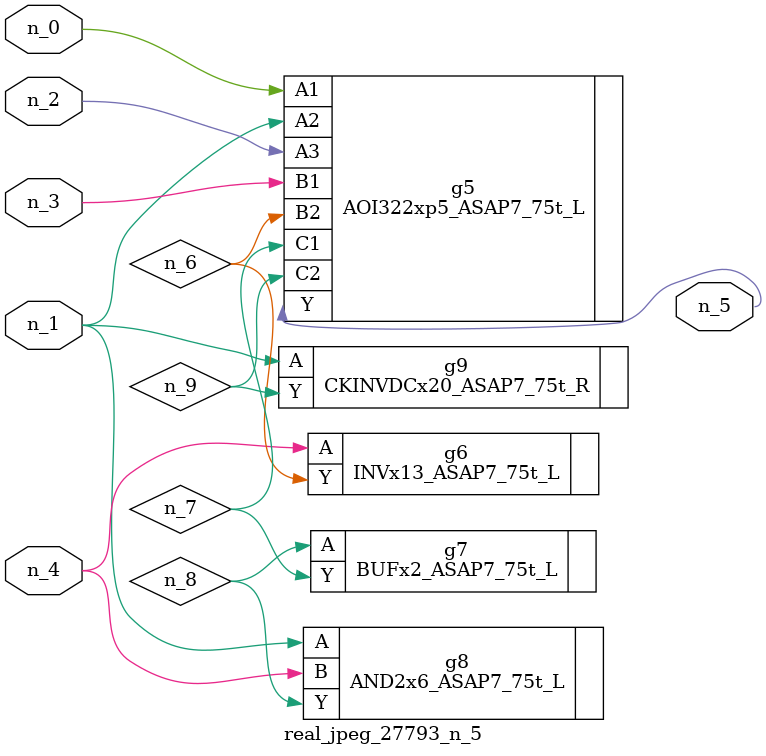
<source format=v>
module real_jpeg_27793_n_5 (n_4, n_0, n_1, n_2, n_3, n_5);

input n_4;
input n_0;
input n_1;
input n_2;
input n_3;

output n_5;

wire n_8;
wire n_6;
wire n_7;
wire n_9;

AOI322xp5_ASAP7_75t_L g5 ( 
.A1(n_0),
.A2(n_1),
.A3(n_2),
.B1(n_3),
.B2(n_6),
.C1(n_7),
.C2(n_9),
.Y(n_5)
);

AND2x6_ASAP7_75t_L g8 ( 
.A(n_1),
.B(n_4),
.Y(n_8)
);

CKINVDCx20_ASAP7_75t_R g9 ( 
.A(n_1),
.Y(n_9)
);

INVx13_ASAP7_75t_L g6 ( 
.A(n_4),
.Y(n_6)
);

BUFx2_ASAP7_75t_L g7 ( 
.A(n_8),
.Y(n_7)
);


endmodule
</source>
